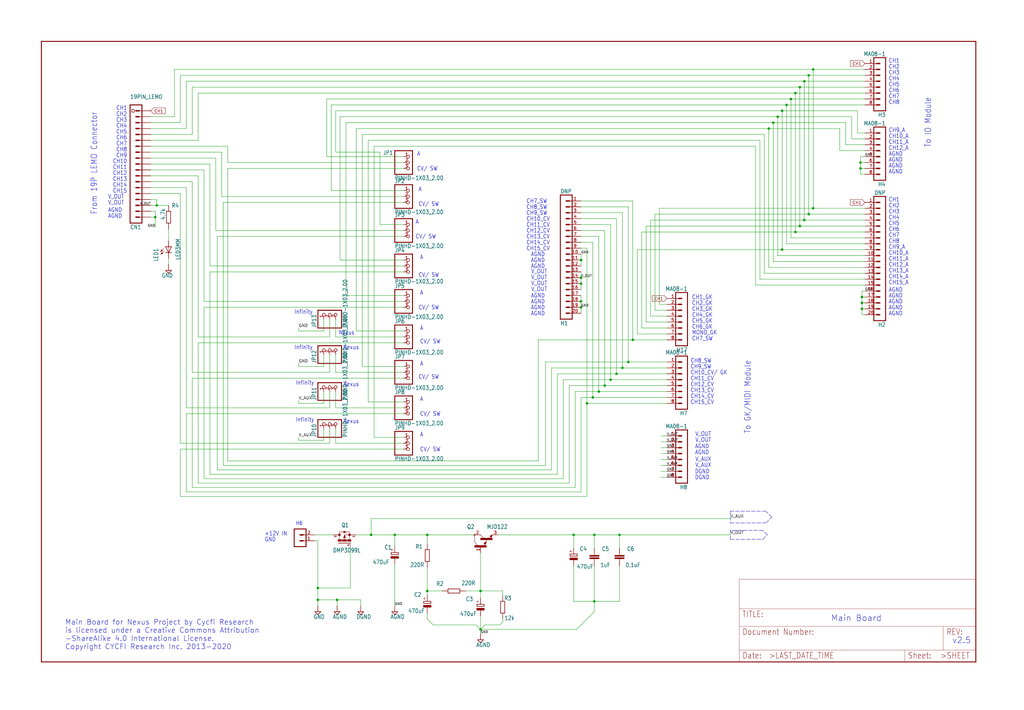
<source format=kicad_sch>
(kicad_sch (version 20211123) (generator eeschema)
  (paper "User" 439.826 305.206)
  (junction (at 249.555 119.38))
  (junction (at 271.78 146.05))
  (junction (at 341.63 40.005))
  (junction (at 206.375 254))
  (junction (at 337.82 45.085))
  (junction (at 370.205 132.715))
  (junction (at 269.875 155.575))
  (junction (at 136.525 252.73))
  (junction (at 369.57 69.85))
  (junction (at 183.515 229.87))
  (junction (at 347.345 32.385))
  (junction (at 343.535 37.465))
  (junction (at 339.725 42.545))
  (junction (at 249.555 132.08))
  (junction (at 255.27 229.87))
  (junction (at 370.205 127.635))
  (junction (at 343.535 97.155))
  (junction (at 370.205 130.175))
  (junction (at 67.31 88.265))
  (junction (at 264.795 160.655))
  (junction (at 345.44 34.925))
  (junction (at 349.25 89.535))
  (junction (at 136.525 257.81))
  (junction (at 334.01 50.165))
  (junction (at 267.335 158.115))
  (junction (at 262.255 163.195))
  (junction (at 249.555 129.54))
  (junction (at 345.44 94.615))
  (junction (at 330.2 55.245))
  (junction (at 341.63 99.695))
  (junction (at 246.38 229.87))
  (junction (at 349.25 29.845))
  (junction (at 335.915 47.625))
  (junction (at 183.515 254))
  (junction (at 254.635 170.815))
  (junction (at 144.78 257.81))
  (junction (at 266.065 229.87))
  (junction (at 347.345 92.075))
  (junction (at 335.915 107.315))
  (junction (at 66.675 93.345))
  (junction (at 206.375 270.51))
  (junction (at 159.385 229.87))
  (junction (at 255.27 258.445))
  (junction (at 169.545 229.87))
  (junction (at 257.175 168.275))
  (junction (at 259.715 165.735))
  (junction (at 369.57 72.39))
  (junction (at 249.555 111.76))
  (junction (at 249.555 121.92))
  (junction (at 252.095 173.355))
  (junction (at 332.105 52.705))
  (wire (pts (xy 347.345 92.075) (xy 347.345 32.385)))
  (wire (pts (xy 150.495 234.95) (xy 150.495 252.73)))
  (wire (pts (xy 80.01 177.8) (xy 80.01 211.455)))
  (wire (pts (xy 95.885 86.995) (xy 173.355 86.995)))
  (wire (pts (xy 173.355 147.32) (xy 85.09 147.32)))
  (wire (pts (xy 246.38 229.87) (xy 255.27 229.87)))
  (wire (pts (xy 136.525 257.81) (xy 136.525 252.73)))
  (wire (pts (xy 173.355 172.72) (xy 158.115 172.72)))
  (wire (pts (xy 328.295 57.785) (xy 328.295 117.475)))
  (wire (pts (xy 204.47 268.605) (xy 186.055 268.605)))
  (wire (pts (xy 247.015 209.55) (xy 247.015 168.275)))
  (wire (pts (xy 369.57 72.39) (xy 369.57 74.93)))
  (wire (pts (xy 64.77 93.345) (xy 66.675 93.345)))
  (wire (pts (xy 349.25 89.535) (xy 283.21 89.535)))
  (wire (pts (xy 257.175 101.6) (xy 257.175 168.275)))
  (wire (pts (xy 371.475 135.255) (xy 370.205 135.255)))
  (wire (pts (xy 139.065 157.48) (xy 128.27 157.48)))
  (wire (pts (xy 281.305 133.35) (xy 281.305 92.075)))
  (wire (pts (xy 169.545 229.87) (xy 183.515 229.87)))
  (wire (pts (xy 283.21 89.535) (xy 283.21 130.81)))
  (wire (pts (xy 144.145 65.405) (xy 144.145 47.625)))
  (wire (pts (xy 139.065 173.355) (xy 128.27 173.355)))
  (wire (pts (xy 144.145 65.405) (xy 163.195 65.405)))
  (wire (pts (xy 200.025 254) (xy 206.375 254)))
  (wire (pts (xy 324.485 62.865) (xy 324.485 122.555)))
  (wire (pts (xy 255.27 258.445) (xy 255.27 262.89)))
  (wire (pts (xy 141.605 190.5) (xy 141.605 184.15)))
  (wire (pts (xy 206.375 270.51) (xy 206.375 264.795)))
  (wire (pts (xy 150.495 252.73) (xy 136.525 252.73)))
  (wire (pts (xy 85.09 207.645) (xy 244.475 207.645)))
  (wire (pts (xy 255.27 262.89) (xy 247.65 270.51)))
  (wire (pts (xy 215.9 267.335) (xy 215.9 266.065)))
  (wire (pts (xy 259.715 99.06) (xy 249.555 99.06)))
  (wire (pts (xy 254.635 104.14) (xy 249.555 104.14)))
  (wire (pts (xy 255.27 229.87) (xy 266.065 229.87)))
  (wire (pts (xy 144.145 190.5) (xy 173.355 190.5)))
  (wire (pts (xy 141.605 160.02) (xy 82.55 160.02)))
  (wire (pts (xy 139.065 142.24) (xy 128.27 142.24)))
  (wire (pts (xy 281.305 92.075) (xy 347.345 92.075)))
  (wire (pts (xy 264.795 93.98) (xy 249.555 93.98)))
  (wire (pts (xy 255.27 235.585) (xy 255.27 229.87)))
  (wire (pts (xy 87.63 132.08) (xy 173.355 132.08)))
  (wire (pts (xy 140.335 67.31) (xy 140.335 42.545)))
  (polyline (pts (xy 328.93 219.71) (xy 313.69 219.71)))
  (wire (pts (xy 173.355 116.84) (xy 90.17 116.84)))
  (wire (pts (xy 128.27 173.355) (xy 128.27 172.085)))
  (wire (pts (xy 80.01 80.645) (xy 80.01 175.26)))
  (wire (pts (xy 332.105 112.395) (xy 332.105 52.705)))
  (wire (pts (xy 82.55 78.105) (xy 64.77 78.105)))
  (polyline (pts (xy 313.69 227.965) (xy 313.69 231.775)))
  (wire (pts (xy 277.495 138.43) (xy 277.495 97.155)))
  (wire (pts (xy 286.385 205.105) (xy 283.845 205.105)))
  (wire (pts (xy 206.375 270.51) (xy 204.47 268.605)))
  (wire (pts (xy 215.9 254) (xy 206.375 254)))
  (wire (pts (xy 286.385 138.43) (xy 277.495 138.43)))
  (wire (pts (xy 80.01 175.26) (xy 141.605 175.26)))
  (wire (pts (xy 335.915 47.625) (xy 368.3 47.625)))
  (wire (pts (xy 173.355 162.56) (xy 82.55 162.56)))
  (wire (pts (xy 128.27 189.23) (xy 128.27 187.96)))
  (wire (pts (xy 271.78 146.05) (xy 231.14 146.05)))
  (polyline (pts (xy 313.69 219.71) (xy 313.69 224.79)))
  (wire (pts (xy 93.345 101.6) (xy 173.355 101.6)))
  (wire (pts (xy 370.205 130.175) (xy 370.205 127.635)))
  (polyline (pts (xy 313.69 224.79) (xy 328.93 224.79)))
  (wire (pts (xy 67.31 85.725) (xy 67.31 88.265)))
  (wire (pts (xy 173.355 160.02) (xy 144.145 160.02)))
  (wire (pts (xy 239.395 203.835) (xy 239.395 160.655)))
  (wire (pts (xy 173.355 129.54) (xy 87.63 129.54)))
  (wire (pts (xy 173.355 144.78) (xy 144.145 144.78)))
  (wire (pts (xy 144.145 144.78) (xy 144.145 137.16)))
  (wire (pts (xy 82.55 209.55) (xy 247.015 209.55)))
  (wire (pts (xy 277.495 97.155) (xy 343.535 97.155)))
  (wire (pts (xy 64.77 52.705) (xy 77.47 52.705)))
  (wire (pts (xy 335.915 107.315) (xy 273.685 107.315)))
  (wire (pts (xy 279.4 94.615) (xy 279.4 135.89)))
  (wire (pts (xy 77.47 32.385) (xy 347.345 32.385)))
  (wire (pts (xy 141.605 137.16) (xy 141.605 144.78)))
  (wire (pts (xy 371.475 107.315) (xy 335.915 107.315)))
  (wire (pts (xy 173.355 187.96) (xy 160.655 187.96)))
  (wire (pts (xy 369.57 69.85) (xy 369.57 72.39)))
  (wire (pts (xy 80.01 34.925) (xy 345.44 34.925)))
  (wire (pts (xy 286.385 202.565) (xy 283.845 202.565)))
  (wire (pts (xy 332.105 52.705) (xy 363.22 52.705)))
  (wire (pts (xy 159.385 229.87) (xy 169.545 229.87)))
  (wire (pts (xy 343.535 97.155) (xy 343.535 37.465)))
  (wire (pts (xy 158.115 172.72) (xy 158.115 60.325)))
  (wire (pts (xy 231.14 146.05) (xy 231.14 198.12)))
  (wire (pts (xy 249.555 121.92) (xy 249.555 124.46)))
  (wire (pts (xy 146.05 111.76) (xy 146.05 50.165)))
  (wire (pts (xy 275.59 99.695) (xy 341.63 99.695)))
  (wire (pts (xy 183.515 233.68) (xy 183.515 229.87)))
  (wire (pts (xy 286.385 140.97) (xy 275.59 140.97)))
  (wire (pts (xy 173.355 127) (xy 148.59 127)))
  (wire (pts (xy 371.475 67.31) (xy 369.57 67.31)))
  (wire (pts (xy 249.555 170.815) (xy 254.635 170.815)))
  (wire (pts (xy 173.355 177.8) (xy 80.01 177.8)))
  (wire (pts (xy 363.22 62.23) (xy 363.22 52.705)))
  (wire (pts (xy 74.93 50.165) (xy 74.93 29.845)))
  (wire (pts (xy 249.555 119.38) (xy 249.555 116.84)))
  (wire (pts (xy 267.335 91.44) (xy 267.335 158.115)))
  (wire (pts (xy 66.675 90.805) (xy 64.77 90.805)))
  (wire (pts (xy 334.01 109.855) (xy 334.01 50.165)))
  (wire (pts (xy 173.355 67.31) (xy 140.335 67.31)))
  (wire (pts (xy 213.995 229.87) (xy 246.38 229.87)))
  (wire (pts (xy 345.44 94.615) (xy 345.44 34.925)))
  (wire (pts (xy 95.885 200.025) (xy 95.885 86.995)))
  (wire (pts (xy 266.065 243.205) (xy 266.065 258.445)))
  (wire (pts (xy 244.475 165.735) (xy 259.715 165.735)))
  (wire (pts (xy 330.2 114.935) (xy 330.2 55.245)))
  (wire (pts (xy 273.685 143.51) (xy 286.385 143.51)))
  (wire (pts (xy 87.63 205.74) (xy 241.935 205.74)))
  (wire (pts (xy 90.17 70.485) (xy 64.77 70.485)))
  (wire (pts (xy 159.385 222.885) (xy 159.385 229.87)))
  (wire (pts (xy 97.79 198.12) (xy 97.79 72.39)))
  (wire (pts (xy 214.63 268.605) (xy 215.9 267.335)))
  (wire (pts (xy 262.255 96.52) (xy 249.555 96.52)))
  (wire (pts (xy 269.875 88.9) (xy 269.875 155.575)))
  (wire (pts (xy 371.475 109.855) (xy 334.01 109.855)))
  (wire (pts (xy 206.375 272.415) (xy 206.375 270.51)))
  (wire (pts (xy 252.095 213.36) (xy 252.095 173.355)))
  (wire (pts (xy 264.795 93.98) (xy 264.795 160.655)))
  (wire (pts (xy 234.315 155.575) (xy 234.315 200.025)))
  (wire (pts (xy 365.76 59.69) (xy 365.76 50.165)))
  (wire (pts (xy 93.345 201.93) (xy 236.855 201.93)))
  (wire (pts (xy 72.39 98.425) (xy 72.39 103.505)))
  (wire (pts (xy 371.475 104.775) (xy 337.82 104.775)))
  (wire (pts (xy 92.71 67.945) (xy 92.71 99.06)))
  (wire (pts (xy 186.055 268.605) (xy 183.515 266.065)))
  (wire (pts (xy 241.935 205.74) (xy 241.935 163.195)))
  (polyline (pts (xy 327.66 227.965) (xy 313.69 227.965)))
  (wire (pts (xy 330.2 55.245) (xy 360.68 55.245)))
  (wire (pts (xy 206.375 270.51) (xy 208.28 268.605)))
  (wire (pts (xy 144.145 160.02) (xy 144.145 152.4)))
  (wire (pts (xy 241.935 163.195) (xy 262.255 163.195)))
  (wire (pts (xy 259.715 99.06) (xy 259.715 165.735)))
  (wire (pts (xy 286.385 133.35) (xy 281.305 133.35)))
  (wire (pts (xy 82.55 57.785) (xy 82.55 37.465)))
  (wire (pts (xy 249.555 132.08) (xy 249.555 129.54)))
  (wire (pts (xy 206.375 237.49) (xy 206.375 254)))
  (wire (pts (xy 249.555 211.455) (xy 249.555 170.815)))
  (wire (pts (xy 77.47 83.185) (xy 64.77 83.185)))
  (wire (pts (xy 183.515 229.87) (xy 203.835 229.87)))
  (wire (pts (xy 155.575 157.48) (xy 155.575 57.785)))
  (wire (pts (xy 139.065 184.15) (xy 139.065 189.23)))
  (wire (pts (xy 64.77 57.785) (xy 82.55 57.785)))
  (wire (pts (xy 64.77 65.405) (xy 95.25 65.405)))
  (wire (pts (xy 371.475 114.935) (xy 330.2 114.935)))
  (wire (pts (xy 64.77 88.265) (xy 67.31 88.265)))
  (wire (pts (xy 286.385 187.325) (xy 283.845 187.325)))
  (polyline (pts (xy 331.47 222.25) (xy 328.93 219.71)))
  (wire (pts (xy 286.385 192.405) (xy 283.845 192.405)))
  (wire (pts (xy 135.255 229.87) (xy 142.875 229.87)))
  (wire (pts (xy 279.4 135.89) (xy 286.385 135.89)))
  (wire (pts (xy 257.175 101.6) (xy 249.555 101.6)))
  (wire (pts (xy 371.475 132.715) (xy 370.205 132.715)))
  (wire (pts (xy 371.475 64.77) (xy 360.68 64.77)))
  (wire (pts (xy 371.475 89.535) (xy 349.25 89.535)))
  (wire (pts (xy 286.385 194.945) (xy 283.845 194.945)))
  (wire (pts (xy 64.77 80.645) (xy 80.01 80.645)))
  (wire (pts (xy 286.385 163.195) (xy 262.255 163.195)))
  (wire (pts (xy 144.78 260.35) (xy 144.78 257.81)))
  (wire (pts (xy 163.195 65.405) (xy 163.195 96.52)))
  (wire (pts (xy 66.675 93.345) (xy 66.675 90.805)))
  (wire (pts (xy 136.525 260.35) (xy 136.525 257.81)))
  (wire (pts (xy 324.485 122.555) (xy 371.475 122.555)))
  (wire (pts (xy 249.555 129.54) (xy 249.555 127)))
  (wire (pts (xy 283.21 130.81) (xy 286.385 130.81)))
  (wire (pts (xy 286.385 200.025) (xy 283.845 200.025)))
  (wire (pts (xy 286.385 170.815) (xy 254.635 170.815)))
  (wire (pts (xy 286.385 168.275) (xy 257.175 168.275)))
  (wire (pts (xy 349.25 29.845) (xy 371.475 29.845)))
  (wire (pts (xy 183.515 254) (xy 183.515 243.84)))
  (wire (pts (xy 173.355 114.3) (xy 90.17 114.3)))
  (wire (pts (xy 275.59 140.97) (xy 275.59 99.695)))
  (wire (pts (xy 247.015 168.275) (xy 257.175 168.275)))
  (wire (pts (xy 369.57 74.93) (xy 371.475 74.93)))
  (wire (pts (xy 66.675 93.345) (xy 66.675 97.79)))
  (wire (pts (xy 206.375 254) (xy 206.375 257.175)))
  (polyline (pts (xy 328.93 224.79) (xy 331.47 222.25)))
  (wire (pts (xy 64.77 85.725) (xy 67.31 85.725)))
  (wire (pts (xy 215.9 255.905) (xy 215.9 254)))
  (wire (pts (xy 87.63 129.54) (xy 87.63 73.025)))
  (wire (pts (xy 246.38 243.205) (xy 246.38 258.445)))
  (wire (pts (xy 371.475 125.095) (xy 370.205 125.095)))
  (wire (pts (xy 80.01 211.455) (xy 249.555 211.455)))
  (wire (pts (xy 262.255 96.52) (xy 262.255 163.195)))
  (wire (pts (xy 92.71 99.06) (xy 173.355 99.06)))
  (wire (pts (xy 153.035 229.87) (xy 159.385 229.87)))
  (wire (pts (xy 255.27 243.205) (xy 255.27 258.445)))
  (wire (pts (xy 93.345 101.6) (xy 93.345 201.93)))
  (wire (pts (xy 90.17 114.3) (xy 90.17 70.485)))
  (wire (pts (xy 74.93 29.845) (xy 349.25 29.845)))
  (wire (pts (xy 370.205 127.635) (xy 371.475 127.635)))
  (wire (pts (xy 144.145 168.275) (xy 144.145 175.26)))
  (wire (pts (xy 246.38 235.585) (xy 246.38 229.87)))
  (wire (pts (xy 249.555 132.08) (xy 249.555 134.62)))
  (wire (pts (xy 154.94 260.35) (xy 154.94 257.81)))
  (wire (pts (xy 337.82 45.085) (xy 371.475 45.085)))
  (wire (pts (xy 269.875 155.575) (xy 234.315 155.575)))
  (wire (pts (xy 95.25 84.455) (xy 173.355 84.455)))
  (wire (pts (xy 141.605 144.78) (xy 85.09 144.78)))
  (wire (pts (xy 244.475 207.645) (xy 244.475 165.735)))
  (wire (pts (xy 136.525 252.73) (xy 136.525 232.41)))
  (wire (pts (xy 341.63 99.695) (xy 341.63 40.005)))
  (wire (pts (xy 169.545 260.35) (xy 169.545 242.57)))
  (wire (pts (xy 97.79 69.85) (xy 97.79 62.865)))
  (wire (pts (xy 252.095 106.68) (xy 249.555 106.68)))
  (wire (pts (xy 155.575 57.785) (xy 328.295 57.785)))
  (wire (pts (xy 80.01 55.245) (xy 80.01 34.925)))
  (wire (pts (xy 371.475 92.075) (xy 347.345 92.075)))
  (wire (pts (xy 360.68 64.77) (xy 360.68 55.245)))
  (wire (pts (xy 286.385 155.575) (xy 269.875 155.575)))
  (wire (pts (xy 286.385 146.05) (xy 271.78 146.05)))
  (wire (pts (xy 128.27 157.48) (xy 128.27 156.21)))
  (wire (pts (xy 153.035 142.24) (xy 153.035 55.245)))
  (wire (pts (xy 326.39 60.325) (xy 326.39 120.015)))
  (wire (pts (xy 85.09 40.005) (xy 341.63 40.005)))
  (wire (pts (xy 87.63 205.74) (xy 87.63 132.08)))
  (wire (pts (xy 85.09 60.325) (xy 85.09 40.005)))
  (wire (pts (xy 183.515 255.905) (xy 183.515 254)))
  (wire (pts (xy 371.475 112.395) (xy 332.105 112.395)))
  (wire (pts (xy 77.47 52.705) (xy 77.47 32.385)))
  (wire (pts (xy 140.335 42.545) (xy 339.725 42.545)))
  (wire (pts (xy 64.77 67.945) (xy 92.71 67.945)))
  (wire (pts (xy 163.195 96.52) (xy 173.355 96.52)))
  (wire (pts (xy 67.31 88.265) (xy 72.39 88.265)))
  (wire (pts (xy 77.47 193.04) (xy 77.47 213.36)))
  (wire (pts (xy 369.57 69.85) (xy 371.475 69.85)))
  (wire (pts (xy 286.385 165.735) (xy 259.715 165.735)))
  (wire (pts (xy 183.515 266.065) (xy 183.515 263.525)))
  (wire (pts (xy 97.79 72.39) (xy 173.355 72.39)))
  (wire (pts (xy 334.01 50.165) (xy 365.76 50.165)))
  (wire (pts (xy 249.555 119.38) (xy 249.555 121.92)))
  (wire (pts (xy 286.385 158.115) (xy 267.335 158.115)))
  (polyline (pts (xy 329.565 229.87) (xy 327.66 227.965)))
  (wire (pts (xy 266.065 258.445) (xy 255.27 258.445)))
  (wire (pts (xy 236.855 158.115) (xy 267.335 158.115)))
  (wire (pts (xy 77.47 83.185) (xy 77.47 190.5)))
  (wire (pts (xy 139.065 189.23) (xy 128.27 189.23)))
  (wire (pts (xy 249.555 109.22) (xy 249.555 111.76)))
  (wire (pts (xy 339.725 42.545) (xy 371.475 42.545)))
  (wire (pts (xy 90.17 116.84) (xy 90.17 203.835)))
  (wire (pts (xy 328.295 117.475) (xy 371.475 117.475)))
  (wire (pts (xy 173.355 111.76) (xy 146.05 111.76)))
  (wire (pts (xy 169.545 234.95) (xy 169.545 229.87)))
  (wire (pts (xy 313.69 222.885) (xy 159.385 222.885)))
  (wire (pts (xy 77.47 190.5) (xy 141.605 190.5)))
  (wire (pts (xy 345.44 94.615) (xy 279.4 94.615)))
  (wire (pts (xy 87.63 73.025) (xy 64.77 73.025)))
  (wire (pts (xy 144.145 47.625) (xy 335.915 47.625)))
  (wire (pts (xy 208.28 268.605) (xy 214.63 268.605)))
  (wire (pts (xy 371.475 94.615) (xy 345.44 94.615)))
  (wire (pts (xy 160.655 62.865) (xy 324.485 62.865)))
  (wire (pts (xy 158.115 60.325) (xy 326.39 60.325)))
  (wire (pts (xy 231.14 198.12) (xy 97.79 198.12)))
  (wire (pts (xy 371.475 99.695) (xy 341.63 99.695)))
  (wire (pts (xy 341.63 40.005) (xy 371.475 40.005)))
  (wire (pts (xy 139.065 168.275) (xy 139.065 173.355)))
  (wire (pts (xy 286.385 197.485) (xy 283.845 197.485)))
  (wire (pts (xy 142.24 81.915) (xy 142.24 45.085)))
  (wire (pts (xy 234.315 200.025) (xy 95.885 200.025)))
  (wire (pts (xy 371.475 130.175) (xy 370.205 130.175)))
  (wire (pts (xy 82.55 37.465) (xy 343.535 37.465)))
  (wire (pts (xy 313.69 229.87) (xy 266.065 229.87)))
  (wire (pts (xy 337.82 104.775) (xy 337.82 45.085)))
  (wire (pts (xy 371.475 102.235) (xy 339.725 102.235)))
  (wire (pts (xy 85.09 147.32) (xy 85.09 207.645)))
  (wire (pts (xy 95.25 65.405) (xy 95.25 84.455)))
  (polyline (pts (xy 313.69 231.775) (xy 327.66 231.775)))
  (wire (pts (xy 370.205 132.715) (xy 370.205 130.175)))
  (wire (pts (xy 343.535 37.465) (xy 371.475 37.465)))
  (wire (pts (xy 254.635 104.14) (xy 254.635 170.815)))
  (wire (pts (xy 146.05 50.165) (xy 334.01 50.165)))
  (wire (pts (xy 77.47 213.36) (xy 252.095 213.36)))
  (wire (pts (xy 82.55 162.56) (xy 82.55 209.55)))
  (wire (pts (xy 173.355 193.04) (xy 77.47 193.04)))
  (polyline (pts (xy 327.66 231.775) (xy 329.565 229.87)))
  (wire (pts (xy 347.345 32.385) (xy 371.475 32.385)))
  (wire (pts (xy 173.355 69.85) (xy 97.79 69.85)))
  (wire (pts (xy 139.065 137.16) (xy 139.065 142.24)))
  (wire (pts (xy 371.475 59.69) (xy 365.76 59.69)))
  (wire (pts (xy 135.255 232.41) (xy 136.525 232.41)))
  (wire (pts (xy 368.3 57.15) (xy 371.475 57.15)))
  (wire (pts (xy 173.355 157.48) (xy 155.575 157.48)))
  (wire (pts (xy 286.385 189.865) (xy 283.845 189.865)))
  (wire (pts (xy 370.205 125.095) (xy 370.205 127.635)))
  (wire (pts (xy 90.17 203.835) (xy 239.395 203.835)))
  (wire (pts (xy 142.24 45.085) (xy 337.82 45.085)))
  (wire (pts (xy 339.725 102.235) (xy 339.725 42.545)))
  (wire (pts (xy 82.55 78.105) (xy 82.55 160.02)))
  (wire (pts (xy 271.78 86.36) (xy 271.78 146.05)))
  (wire (pts (xy 349.25 89.535) (xy 349.25 29.845)))
  (wire (pts (xy 326.39 120.015) (xy 371.475 120.015)))
  (wire (pts (xy 335.915 107.315) (xy 335.915 47.625)))
  (wire (pts (xy 249.555 111.76) (xy 249.555 114.3)))
  (wire (pts (xy 72.39 111.125) (xy 72.39 113.665)))
  (wire (pts (xy 154.94 257.81) (xy 144.78 257.81)))
  (wire (pts (xy 139.065 152.4) (xy 139.065 157.48)))
  (wire (pts (xy 236.855 201.93) (xy 236.855 158.115)))
  (wire (pts (xy 64.77 50.165) (xy 74.93 50.165)))
  (wire (pts (xy 369.57 67.31) (xy 369.57 69.85)))
  (wire (pts (xy 64.77 60.325) (xy 85.09 60.325)))
  (wire (pts (xy 189.865 254) (xy 183.515 254)))
  (wire (pts (xy 252.095 106.68) (xy 252.095 173.355)))
  (wire (pts (xy 371.475 62.23) (xy 363.22 62.23)))
  (wire (pts (xy 286.385 160.655) (xy 264.795 160.655)))
  (wire (pts (xy 148.59 127) (xy 148.59 52.705)))
  (wire (pts (xy 370.205 135.255) (xy 370.205 132.715)))
  (wire (pts (xy 128.27 142.24) (xy 128.27 140.97)))
  (wire (pts (xy 173.355 81.915) (xy 142.24 81.915)))
  (wire (pts (xy 249.555 88.9) (xy 269.875 88.9)))
  (wire (pts (xy 239.395 160.655) (xy 264.795 160.655)))
  (wire (pts (xy 247.65 270.51) (xy 206.375 270.51)))
  (wire (pts (xy 371.475 97.155) (xy 343.535 97.155)))
  (wire (pts (xy 345.44 34.925) (xy 371.475 34.925)))
  (wire (pts (xy 255.27 258.445) (xy 246.38 258.445)))
  (wire (pts (xy 64.77 55.245) (xy 80.01 55.245)))
  (wire (pts (xy 249.555 86.36) (xy 271.78 86.36)))
  (wire (pts (xy 369.57 72.39) (xy 371.475 72.39)))
  (wire (pts (xy 368.3 47.625) (xy 368.3 57.15)))
  (wire (pts (xy 160.655 187.96) (xy 160.655 62.865)))
  (wire (pts (xy 273.685 107.315) (xy 273.685 143.51)))
  (wire (pts (xy 64.77 62.865) (xy 97.79 62.865)))
  (wire (pts (xy 85.09 75.565) (xy 64.77 75.565)))
  (wire (pts (xy 267.335 91.44) (xy 249.555 91.44)))
  (wire (pts (xy 148.59 52.705) (xy 332.105 52.705)))
  (wire (pts (xy 144.78 257.81) (xy 136.525 257.81)))
  (wire (pts (xy 144.145 184.15) (xy 144.145 190.5)))
  (wire (pts (xy 141.605 152.4) (xy 141.605 160.02)))
  (wire (pts (xy 85.09 144.78) (xy 85.09 75.565)))
  (wire (pts (xy 141.605 175.26) (xy 141.605 168.275)))
  (wire (pts (xy 286.385 173.355) (xy 252.095 173.355)))
  (wire (pts (xy 266.065 235.585) (xy 266.065 229.87)))
  (wire (pts (xy 173.355 142.24) (xy 153.035 142.24)))
  (wire (pts (xy 153.035 55.245) (xy 330.2 55.245)))
  (wire (pts (xy 144.145 175.26) (xy 173.355 175.26)))
  (text "CH10_CV/ GK" (at 296.545 161.29 180) (effects (font (size 1.778 1.5113)) (justify left bottom)))
  (text "CH3_GK" (at 297.18 133.985 180) (effects (font (size 1.778 1.5113)) (justify left bottom)))
  (text "CH13" (at 54.61 78.105 180) (effects (font (size 1.778 1.5113)) (justify right bottom)))
  (text "AGND" (at 227.965 113.03 180) (effects (font (size 1.778 1.5113)) (justify left bottom)))
  (text "CH4" (at 54.61 55.245 180) (effects (font (size 1.778 1.5113)) (justify right bottom)))
  (text "DGND" (at 298.45 206.375 180) (effects (font (size 1.778 1.5113)) (justify left bottom)))
  (text "CV/ SW" (at 179.705 88.9 180) (effects (font (size 1.778 1.5113)) (justify left bottom)))
  (text "Nexus" (at 145.415 144.145 180) (effects (font (size 1.778 1.5113)) (justify left bottom)))
  (text "CH4" (at 381.635 94.615 180) (effects (font (size 1.778 1.5113)) (justify left bottom)))
  (text "CH7" (at 54.61 62.865 180) (effects (font (size 1.778 1.5113)) (justify right bottom)))
  (text "CH12" (at 54.61 75.565 180) (effects (font (size 1.778 1.5113)) (justify right bottom)))
  (text "V_OUT" (at 46.355 85.725 180) (effects (font (size 1.778 1.5113)) (justify left bottom)))
  (text "CH10" (at 54.61 70.485 180) (effects (font (size 1.778 1.5113)) (justify right bottom)))
  (text "CH15_CV" (at 296.545 173.99 180) (effects (font (size 1.778 1.5113)) (justify left bottom)))
  (text "CH5" (at 381.635 97.155 180) (effects (font (size 1.778 1.5113)) (justify left bottom)))
  (text "A" (at 178.435 96.52 180) (effects (font (size 1.778 1.5113)) (justify left bottom)))
  (text "CH9_A" (at 381.635 107.315 180) (effects (font (size 1.778 1.5113)) (justify left bottom)))
  (text "To IO Module" (at 400.05 41.91 270) (effects (font (size 2.54 2.159)) (justify right bottom)))
  (text "A" (at 180.34 142.24 180) (effects (font (size 1.778 1.5113)) (justify left bottom)))
  (text "Nexus" (at 147.32 166.37 180) (effects (font (size 1.778 1.5113)) (justify left bottom)))
  (text "Nexus" (at 147.32 182.245 180) (effects (font (size 1.778 1.5113)) (justify left bottom)))
  (text "CH12_A" (at 381.635 114.935 180) (effects (font (size 1.778 1.5113)) (justify left bottom)))
  (text "A" (at 180.34 111.76 180) (effects (font (size 1.778 1.5113)) (justify left bottom)))
  (text "CH12_A" (at 381.635 64.77 180) (effects (font (size 1.778 1.5113)) (justify left bottom)))
  (text "V_OUT" (at 228.092 125.476 180) (effects (font (size 1.778 1.5113)) (justify left bottom)))
  (text "CH5" (at 381.635 37.465 180) (effects (font (size 1.778 1.5113)) (justify left bottom)))
  (text "V_AUX" (at 298.577 198.501 180) (effects (font (size 1.778 1.5113)) (justify left bottom)))
  (text "CH12_CV" (at 296.545 166.37 180) (effects (font (size 1.778 1.5113)) (justify left bottom)))
  (text "A" (at 180.34 157.48 180) (effects (font (size 1.778 1.5113)) (justify left bottom)))
  (text "AGND" (at 381.635 128.27 180) (effects (font (size 1.778 1.5113)) (justify left bottom)))
  (text "CH8_SW" (at 296.545 156.21 180) (effects (font (size 1.778 1.5113)) (justify left bottom)))
  (text "A" (at 179.705 82.55 180) (effects (font (size 1.778 1.5113)) (justify left bottom)))
  (text "CH4" (at 381.635 34.925 180) (effects (font (size 1.778 1.5113)) (justify left bottom)))
  (text "AGND" (at 227.965 110.49 180) (effects (font (size 1.778 1.5113)) (justify left bottom)))
  (text "CH2" (at 54.61 50.165 180) (effects (font (size 1.778 1.5113)) (justify right bottom)))
  (text "CH13_A" (at 381.635 117.475 180) (effects (font (size 1.778 1.5113)) (justify left bottom)))
  (text "AGND" (at 381.635 133.35 180) (effects (font (size 1.778 1.5113)) (justify left bottom)))
  (text "DGND" (at 298.45 203.835 180) (effects (font (size 1.778 1.5113)) (justify left bottom)))
  (text "Infinity" (at 126.365 135.255 180) (effects (font (size 1.778 1.5113)) (justify left bottom)))
  (text "CH4_GK" (at 297.18 136.525 180) (effects (font (size 1.778 1.5113)) (justify left bottom)))
  (text "CH13_CV" (at 226.06 102.87 180) (effects (font (size 1.778 1.5113)) (justify left bottom)))
  (text "CH7" (at 381.635 42.545 180) (effects (font (size 1.778 1.5113)) (justify left bottom)))
  (text "AGND" (at 227.965 130.81 180) (effects (font (size 1.778 1.5113)) (justify left bottom)))
  (text "CH10_CV" (at 226.06 95.25 180) (effects (font (size 1.778 1.5113)) (justify left bottom)))
  (text "CH2" (at 381.635 29.845 180) (effects (font (size 1.778 1.5113)) (justify left bottom)))
  (text "CH7_SW" (at 297.18 146.685 180) (effects (font (size 1.778 1.5113)) (justify left bottom)))
  (text "CH11_CV" (at 226.06 97.79 180) (effects (font (size 1.778 1.5113)) (justify left bottom)))
  (text "CH7" (at 381.635 102.235 180) (effects (font (size 1.778 1.5113)) (justify left bottom)))
  (text "CH13_CV" (at 296.545 168.91 180) (effects (font (size 1.778 1.5113)) (justify left bottom)))
  (text "CV/ SW" (at 179.705 119.38 180) (effects (font (size 1.778 1.5113)) (justify left bottom)))
  (text "AGND" (at 381.635 125.73 180) (effects (font (size 1.778 1.5113)) (justify left bottom)))
  (text "V_AUX" (at 298.577 201.041 180) (effects (font (size 1.778 1.5113)) (justify left bottom)))
  (text "V_OUT" (at 298.577 187.706 180) (effects (font (size 1.778 1.5113)) (justify left bottom)))
  (text "CH14_CV" (at 296.545 171.45 180) (effects (font (size 1.778 1.5113)) (justify left bottom)))
  (text "Nexus" (at 147.32 150.495 180) (effects (font (size 1.778 1.5113)) (justify left bottom)))
  (text "V_OUT" (at 298.577 190.246 180) (effects (font (size 1.778 1.5113)) (justify left bottom)))
  (text "CV/ SW" (at 179.705 163.195 180) (effects (font (size 1.778 1.5113)) (justify left bottom)))
  (text "CH1" (at 381.635 86.995 180) (effects (font (size 1.778 1.5113)) (justify left bottom)))
  (text "AGND" (at 227.965 135.89 180) (effects (font (size 1.778 1.5113)) (justify left bottom)))
  (text "CH6" (at 54.61 60.325 180) (effects (font (size 1.778 1.5113)) (justify right bottom)))
  (text "CH1_GK" (at 297.18 128.905 180) (effects (font (size 1.778 1.5113)) (justify left bottom)))
  (text "CH14" (at 54.61 80.645 180) (effects (font (size 1.778 1.5113)) (justify right bottom)))
  (text "AGND" (at 381.635 135.89 180) (effects (font (size 1.778 1.5113)) (justify left bottom)))
  (text "CH9_A" (at 381.635 57.15 180) (effects (font (size 1.778 1.5113)) (justify left bottom)))
  (text "CH15_A" (at 381.635 122.555 180) (effects (font (size 1.778 1.5113)) (justify left bottom)))
  (text "AGND" (at 298.45 193.04 180) (effects (font (size 1.778 1.5113)) (justify left bottom)))
  (text "Infinity" (at 127 181.61 180) (effects (font (size 1.778 1.5113)) (justify left bottom)))
  (text "Infinity" (at 126.365 150.495 180) (effects (font (size 1.778 1.5113)) (justify left bottom)))
  (text "CH11_A" (at 381.635 112.395 180) (effects (font (size 1.778 1.5113)) (justify left bottom)))
  (text "CH14_CV" (at 226.06 105.41 180) (effects (font (size 1.778 1.5113)) (justify left bottom)))
  (text "AGND" (at 381.635 67.31 180) (effects (font (size 1.778 1.5113)) (justify left bottom)))
  (text "CH5_GK" (at 297.18 139.065 180) (effects (font (size 1.778 1.5113)) (justify left bottom)))
  (text "CH11" (at 54.61 73.025 180) (effects (font (size 1.778 1.5113)) (justify right bottom)))
  (text "CH8_SW" (at 226.06 90.17 180) (effects (font (size 1.778 1.5113)) (justify left bottom)))
  (text "AGND" (at 381.635 72.39 180) (effects (font (size 1.778 1.5113)) (justify left bottom)))
  (text "From 19P LEMO Connector" (at 41.91 48.26 270) (effects (font (size 2.54 2.159)) (justify right bottom)))
  (text "AGND" (at 46.355 93.98 180) (effects (font (size 1.778 1.5113)) (justify left bottom)))
  (text "CH3" (at 381.635 92.075 180) (effects (font (size 1.778 1.5113)) (justify left bottom)))
  (text "CH9_SW" (at 226.06 92.71 180) (effects (font (size 1.778 1.5113)) (justify left bottom)))
  (text "CV/ SW" (at 180.34 179.07 180) (effects (font (size 1.778 1.5113)) (justify left bottom)))
  (text "V_OUT" (at 228.092 117.856 180) (effects (font (size 1.778 1.5113)) (justify left bottom)))
  (text "CH12_CV" (at 226.06 100.33 180) (effects (font (size 1.778 1.5113)) (justify left bottom)))
  (text "v2.5" (at 408.94 276.86 180) (effects (font (size 2.54 2.54)) (justify left bottom)))
  (text "GND" (at 113.665 233.045 180) (effects (font (size 1.778 1.5113)) (justify left bottom)))
  (text "CH8" (at 381.635 45.085 180) (effects (font (size 1.778 1.5113)) (justify left bottom)))
  (text "Infinity" (at 127 165.735 180) (effects (font (size 1.778 1.5113)) (justify left bottom)))
  (text "CV/ SW" (at 180.34 194.31 180) (effects (font (size 1.778 1.5113)) (justify left bottom)))
  (text "AGND" (at 298.45 195.58 180) (effects (font (size 1.778 1.5113)) (justify left bottom)))
  (text "CH6_GK" (at 297.18 141.605 180) (effects (font (size 1.778 1.5113)) (justify left bottom)))
  (text "A" (at 180.34 127 180) (effects (font (size 1.778 1.5113)) (justify left bottom)))
  (text "CH15_CV" (at 226.06 107.95 180) (effects (font (size 1.778 1.5113)) (justify left bottom)))
  (text "V_OUT" (at 228.092 122.936 180) (effects (font (size 1.778 1.5113)) (justify left bottom)))
  (text "AGND" (at 381.635 74.93 180) (effects (font (size 1.778 1.5113)) (justify left bottom)))
  (text "MONO_GK" (at 297.18 144.145 180) (effects (font (size 1.778 1.5113)) (justify left bottom)))
  (text "CH11_CV" (at 296.545 163.83 180) (effects (font (size 1.778 1.5113)) (justify left bottom)))
  (text "A" (at 180.34 172.72 180) (effects (font (size 1.778 1.5113)) (justify left bottom)))
  (text "CH6" (at 381.635 99.695 180) (effects (font (size 1.778 1.5113)) (justify left bottom)))
  (text "CH10_A" (at 381.635 59.69 180) (effects (font (size 1.778 1.5113)) (justify left bottom)))
  (text "AGND" (at 227.965 115.57 180) (effects (font (size 1.778 1.5113)) (justify left bottom)))
  (text "V_OUT" (at 46.355 88.265 180) (effects (font (size 1.778 1.5113)) (justify left bottom)))
  (text "CH9" (at 54.61 67.945 180) (effects (font (size 1.778 1.5113)) (justify right bottom)))
  (text "CV/ SW" (at 179.705 133.35 180) (effects (font (size 1.778 1.5113)) (justify left bottom)))
  (text "A" (at 179.07 67.31 180) (effects (font (size 1.778 1.5113)) (justify left bottom)))
  (text "AGND" (at 46.355 91.44 180) (effects (font (size 1.778 1.5113)) (justify left bottom)))
  (text "AGND" (at 227.965 133.35 180) (effects (font (size 1.778 1.5113)) (justify left bottom)))
  (text "CH14_A" (at 381.635 120.015 180) (effects (font (size 1.778 1.5113)) (justify left bottom)))
  (text "V_OUT" (at 228.092 120.396 180) (effects (font (size 1.778 1.5113)) (justify left bottom)))
  (text "CH2_GK" (at 297.18 131.445 180) (effects (font (size 1.778 1.5113)) (justify left bottom)))
  (text "CH5" (at 54.61 57.785 180) (effects (font (size 1.778 1.5113)) (justify right bottom)))
  (text "Main Board" (at 356.87 267.335 180) (effects (font (size 2.54 2.54)) (justify left bottom)))
  (text "AGND" (at 381.635 69.85 180) (effects (font (size 1.778 1.5113)) (justify left bottom)))
  (text "CH10_A" (at 381.635 109.855 180) (effects (font (size 1.778 1.5113)) (justify left bottom)))
  (text "CH1" (at 381.635 27.305 180) (effects (font (size 1.778 1.5113)) (justify left bottom)))
  (text "Main Board for Nexus Project by Cycfi Research\nis licensed under a Creative Commons Attribution\n-ShareAlike 4.0 International License.\nCopyright CYCFI Research Inc. 2013-2020" (at 27.94 279.4 0) (effects (font (size 2.1844 2.1844)) (justify left bottom)))
  (text "H6" (at 127 226.06 180) (effects (font (size 1.6764 1.4249)) (justify left bottom)))
  (text "CH3" (at 54.61 52.705 180) (effects (font (size 1.778 1.5113)) (justify right bottom)))
  (text "CH8" (at 381.635 104.775 180) (effects (font (size 1.778 1.5113)) (justify left bottom)))
  (text "CH2" (at 381.635 89.535 180) (effects (font (size 1.778 1.5113)) (justify left bottom)))
  (text "To GK/MIDI Module" (at 322.58 154.94 270) (effects (font (size 2.54 2.159)) (justify right bottom)))
  (text "CH11_A" (at 381.635 62.23 180) (effects (font (size 1.778 1.5113)) (justify left bottom)))
  (text "CH9_SW" (at 296.545 158.75 180) (effects (font (size 1.778 1.5113)) (justify left bottom)))
  (text "CH6" (at 381.635 40.005 180) (effects (font (size 1.778 1.5113)) (justify left bottom)))
  (text "AGND" (at 381.635 130.81 180) (effects (font (size 1.778 1.5113)) (justify left bottom)))
  (text "CH3" (at 381.635 32.385 180) (effects (font (size 1.778 1.5113)) (justify left bottom)))
  (text "CH1" (at 54.61 47.625 180) (effects (font (size 1.778 1.5113)) (justify right bottom)))
  (text "CV/ SW" (at 180.34 147.955 180) (effects (font (size 1.778 1.5113)) (justify left bottom)))
  (text "CH7_SW" (at 226.06 87.63 180) (effects (font (size 1.778 1.5113)) (justify left bottom)))
  (text "CH8" (at 54.61 65.405 180) (effects (font (size 1.778 1.5113)) (justify right bottom)))
  (text "AGND" (at 227.965 128.27 180) (effects (font (size 1.778 1.5113)) (justify left bottom)))
  (text "+12V IN" (at 113.665 230.505 180) (effects (font (size 1.778 1.5113)) (justify left bottom)))
  (text "A" (at 180.34 187.96 180) (effects (font (size 1.778 1.5113)) (justify left bottom)))
  (text "CV/ SW" (at 179.07 73.66 180) (effects (font (size 1.778 1.5113)) (justify left bottom)))
  (text "CH15" (at 54.61 83.185 180) (effects (font (size 1.778 1.5113)) (justify right bottom)))
  (text "CV/ SW" (at 178.435 102.87 180) (effects (font (size 1.778 1.5113)) (justify left bottom)))
  (label "GND" (at 286.385 192.405 0) (effects (font (size 1.016 1.016))))
  (label "GND" (at 128.27 140.97 0) (effects (font (size 1.2446 1.2446))))
  (label "GND" (at 249.555 109.22 0) (effects (font (size 1.016 1.016))))
  (label "GND" (at 249.555 132.08 0) (effects (font (size 1.016 1.016))))
  (label "V_OUT" (at 249.555 119.38 0) (effects (font (size 1.016 1.016))))
  (label "V_AUX" (at 286.385 200.025 0) (effects (font (size 1.016 1.016))))
  (label "V_AUX" (at 128.27 187.96 0) (effects (font (size 1.2446 1.2446))))
  (label "GND" (at 286.385 202.565 0) (effects (font (size 1.016 1.016))))
  (label "V_AUX" (at 128.27 172.085 0) (effects (font (size 1.2446 1.2446))))
  (label "V_OUT" (at 286.385 187.325 0) (effects (font (size 1.016 1.016))))
  (label "GND" (at 371.475 125.095 0) (effects (font (size 1.016 1.016))))
  (label "GND" (at 286.385 194.945 0) (effects (font (size 1.016 1.016))))
  (label "V_AUX" (at 313.69 222.885 0) (effects (font (size 1.2446 1.2446))))
  (label "GND" (at 66.675 97.79 180) (effects (font (size 1.016 1.016))))
  (label "V_OUT" (at 64.77 88.265 180) (effects (font (size 1.016 1.016))))
  (label "GND" (at 206.375 272.415 0) (effects (font (size 1.016 1.016))))
  (label "GND" (at 169.545 260.35 0) (effects (font (size 1.016 1.016))))
  (label "GND" (at 128.27 156.21 0) (effects (font (size 1.2446 1.2446))))
  (label "V_OUT" (at 286.385 189.865 0) (effects (font (size 1.016 1.016))))
  (label "GND" (at 371.475 67.31 0) (effects (font (size 1.016 1.016))))
  (label "V_OUT" (at 313.69 229.87 0) (effects (font (size 1.2446 1.2446))))
  (label "GND" (at 286.385 205.105 0) (effects (font (size 1.016 1.016))))
  (label "V_AUX" (at 286.385 197.485 0) (effects (font (size 1.016 1.016))))
  (global_label "CH1" (shape input) (at 286.385 128.27 180) (property "Intersheet References" "${INTERSHEET_REFS}" (effects hide)))
  (global_label "CH1" (shape input) (at 371.475 86.995 180) (property "Intersheet References" "${INTERSHEET_REFS}" (effects hide)))
  (global_label "CH1" (shape input) (at 64.77 47.625 0) (property "Intersheet References" "${INTERSHEET_REFS}" (effects hide)))
  (global_label "CH1" (shape input) (at 371.475 27.305 180) (property "Intersheet References" "${INTERSHEET_REFS}" (effects hide)))
  (symbol (lib_id "main_board-eagle-import:MA08-1") (at 379.095 34.925 180) (unit 1)
    (property "Reference" "H3" (at 380.365 48.387 0) (effects (font (size 1.778 1.5113)) (justify left bottom)))
    (property "Value" "MA08-1" (at 380.365 22.225 0) (effects (font (size 1.778 1.5113)) (justify left bottom)))
    (property "Footprint" "Connector_PinHeader_2.54mm:PinHeader_1x08_P2.54mm_Vertical" (effects hide))
  )
  (symbol (lib_id "main_board-eagle-import:GND") (at 169.545 262.89 0) (unit 1)
    (property "Reference" "#AGND05" (effects hide))
    (property "Value" "AGND" (at 167.64 266.065 0) (effects (font (size 1.778 1.5113)) (justify left bottom)))
    (property "Footprint" "main_board:" (effects hide))
  )
  (symbol (lib_id "main_board-eagle-import:MA20-1") (at 241.935 109.22 0) (mirror x) (unit 1)
    (property "Reference" "H1" (at 240.665 137.922 0) (effects (font (size 1.778 1.5113)) (justify left bottom)))
    (property "Value" "DNP" (at 240.665 81.28 0) (effects (font (size 1.778 1.5113)) (justify left bottom)))
    (property "Footprint" "main_board:MA20-1" (effects hide))
  )
  (symbol (lib_id "main_board-eagle-import:19PIN_LEMO") (at 57.15 71.755 0) (mirror x) (unit 1)
    (property "Reference" "CN1" (at 55.88 96.647 0) (effects (font (size 1.778 1.5113)) (justify left bottom)))
    (property "Value" "19PIN_LEMO" (at 55.88 40.64 0) (effects (font (size 1.778 1.5113)) (justify left bottom)))
    (property "Footprint" "main_board:19PIN_LEMO" (effects hide))
  )
  (symbol (lib_id "main_board-eagle-import:CYCFI_FRAME_401X266MM") (at 317.5 284.48 0) (unit 2)
    (property "Reference" "#U$1" (effects hide))
    (property "Value" "CYCFI_FRAME_401X266MM" (effects hide))
    (property "Footprint" "main_board:" (effects hide))
  )
  (symbol (lib_id "main_board-eagle-import:PINHD-1X03_2.00") (at 175.895 129.54 0) (unit 1)
    (property "Reference" "JP5" (at 169.545 123.825 0) (effects (font (size 1.778 1.5113)) (justify left bottom)))
    (property "Value" "PINHD-1X03_2.00" (at 169.545 137.16 0) (effects (font (size 1.778 1.5113)) (justify left bottom)))
    (property "Footprint" "main_board:1X03M" (effects hide))
  )
  (symbol (lib_id "main_board-eagle-import:PINHD-1X03_2.00") (at 175.895 114.3 0) (unit 1)
    (property "Reference" "JP4" (at 169.545 108.585 0) (effects (font (size 1.778 1.5113)) (justify left bottom)))
    (property "Value" "PINHD-1X03_2.00" (at 169.545 121.92 0) (effects (font (size 1.778 1.5113)) (justify left bottom)))
    (property "Footprint" "main_board:1X03M" (effects hide))
  )
  (symbol (lib_id "main_board-eagle-import:PINHD-1X03_2.00") (at 175.895 190.5 0) (unit 1)
    (property "Reference" "JP9" (at 169.545 184.785 0) (effects (font (size 1.778 1.5113)) (justify left bottom)))
    (property "Value" "PINHD-1X03_2.00" (at 169.545 198.12 0) (effects (font (size 1.778 1.5113)) (justify left bottom)))
    (property "Footprint" "main_board:1X03M" (effects hide))
  )
  (symbol (lib_id "main_board-eagle-import:PINHD-1X03_2.00") (at 175.895 99.06 0) (unit 1)
    (property "Reference" "JP3" (at 169.545 93.345 0) (effects (font (size 1.778 1.5113)) (justify left bottom)))
    (property "Value" "PINHD-1X03_2.00" (at 169.545 106.68 0) (effects (font (size 1.778 1.5113)) (justify left bottom)))
    (property "Footprint" "main_board:1X03M" (effects hide))
  )
  (symbol (lib_id "main_board-eagle-import:PINHD-1X03_2.00") (at 175.895 160.02 0) (unit 1)
    (property "Reference" "JP7" (at 169.545 154.305 0) (effects (font (size 1.778 1.5113)) (justify left bottom)))
    (property "Value" "PINHD-1X03_2.00" (at 169.545 167.64 0) (effects (font (size 1.778 1.5113)) (justify left bottom)))
    (property "Footprint" "main_board:1X03M" (effects hide))
  )
  (symbol (lib_id "main_board-eagle-import:PINHD-1X03_2.00") (at 141.605 181.61 90) (unit 1)
    (property "Reference" "JP10" (at 135.89 187.96 0) (effects (font (size 1.778 1.5113)) (justify left bottom)))
    (property "Value" "PINHD-1X03_2.00" (at 149.225 187.96 0) (effects (font (size 1.778 1.5113)) (justify left bottom)))
    (property "Footprint" "main_board:1X03M" (effects hide))
  )
  (symbol (lib_id "main_board-eagle-import:R-EU_R0603") (at 194.945 254 180) (unit 1)
    (property "Reference" "R2" (at 187.325 251.8664 0) (effects (font (size 1.778 1.5113)) (justify right top)))
    (property "Value" "220R" (at 198.12 251.587 0) (effects (font (size 1.778 1.5113)) (justify right top)))
    (property "Footprint" "Resistor_SMD:R_0603_1608Metric" (effects hide))
    (property "LCSC" "C22962" (effects hide))
  )
  (symbol (lib_id "main_board-eagle-import:GND") (at 206.375 274.955 0) (unit 1)
    (property "Reference" "#AGND04" (effects hide))
    (property "Value" "AGND" (at 204.47 278.13 0) (effects (font (size 1.778 1.5113)) (justify left bottom)))
    (property "Footprint" "main_board:" (effects hide))
  )
  (symbol (lib_id "main_board-eagle-import:R-EU_R0402") (at 72.39 93.345 270) (unit 1)
    (property "Reference" "R4" (at 73.66 89.3064 90) (effects (font (size 1.778 1.5113)) (justify left bottom)))
    (property "Value" "4.7k" (at 69.088 89.535 0) (effects (font (size 1.778 1.5113)) (justify left bottom)))
    (property "Footprint" "Resistor_SMD:R_0805_2012Metric" (effects hide))
    (property "LCSC" "C17673" (effects hide))
  )
  (symbol (lib_id "main_board-eagle-import:GND") (at 144.78 262.89 0) (unit 1)
    (property "Reference" "#AGND03" (effects hide))
    (property "Value" "AGND" (at 142.875 266.065 0) (effects (font (size 1.778 1.5113)) (justify left bottom)))
    (property "Footprint" "main_board:" (effects hide))
  )
  (symbol (lib_id "main_board-eagle-import:PINHD-1X03_2.00") (at 175.895 175.26 0) (unit 1)
    (property "Reference" "JP8" (at 169.545 169.545 0) (effects (font (size 1.778 1.5113)) (justify left bottom)))
    (property "Value" "PINHD-1X03_2.00" (at 169.545 182.88 0) (effects (font (size 1.778 1.5113)) (justify left bottom)))
    (property "Footprint" "main_board:1X03M" (effects hide))
  )
  (symbol (lib_id "main_board-eagle-import:PINHD-1X03_2.00") (at 175.895 84.455 0) (unit 1)
    (property "Reference" "JP2" (at 169.545 78.74 0) (effects (font (size 1.778 1.5113)) (justify left bottom)))
    (property "Value" "PINHD-1X03_2.00" (at 169.545 92.075 0) (effects (font (size 1.778 1.5113)) (justify left bottom)))
    (property "Footprint" "main_board:1X03M" (effects hide))
  )
  (symbol (lib_id "main_board-eagle-import:GND") (at 72.39 116.205 0) (mirror y) (unit 1)
    (property "Reference" "#SUPPLY03" (effects hide))
    (property "Value" "GND" (at 74.295 119.38 0) (effects (font (size 1.778 1.5113)) (justify left bottom)))
    (property "Footprint" "main_board:" (effects hide))
  )
  (symbol (lib_id "main_board-eagle-import:MA08-1") (at 379.095 64.77 180) (unit 1)
    (property "Reference" "H4" (at 380.365 78.232 0) (effects (font (size 1.778 1.5113)) (justify left bottom)))
    (property "Value" "MA08-1" (at 380.365 52.07 0) (effects (font (size 1.778 1.5113)) (justify left bottom)))
    (property "Footprint" "Connector_PinHeader_2.54mm:PinHeader_1x08_P2.54mm_Vertical" (effects hide))
  )
  (symbol (lib_id "main_board-eagle-import:C-EUC0603") (at 266.065 238.125 0) (unit 1)
    (property "Reference" "C6" (at 269.24 236.855 0) (effects (font (size 1.778 1.5113)) (justify left bottom)))
    (property "Value" "0.1uF" (at 268.605 243.84 0) (effects (font (size 1.778 1.5113)) (justify left bottom)))
    (property "Footprint" "Capacitor_SMD:C_0603_1608Metric" (effects hide))
    (property "LCSC" "C14663" (effects hide))
  )
  (symbol (lib_id "main_board-eagle-import:CPOL-EU140CLH-1010") (at 246.38 238.125 0) (unit 1)
    (property "Reference" "C4" (at 248.92 236.855 0) (effects (font (size 1.778 1.5113)) (justify left bottom)))
    (property "Value" "470uF" (at 247.65 244.475 0) (effects (font (size 1.778 1.5113)) (justify left bottom)))
    (property "Footprint" "main_board:140CLH-1010" (effects hide))
    (property "LCSC" "C249933" (effects hide))
  )
  (symbol (lib_id "main_board-eagle-import:MA02-1") (at 128.905 231.14 0) (unit 1)
    (property "Reference" "H6" (effects hide))
    (property "Value" "MA02-1" (effects hide))
    (property "Footprint" "main_board:MA02-1" (effects hide))
  )
  (symbol (lib_id "main_board-eagle-import:MA08-1") (at 294.005 194.945 180) (unit 1)
    (property "Reference" "H8" (at 295.275 208.407 0) (effects (font (size 1.778 1.5113)) (justify left bottom)))
    (property "Value" "MA08-1" (at 295.275 182.245 0) (effects (font (size 1.778 1.5113)) (justify left bottom)))
    (property "Footprint" "Connector_PinHeader_2.54mm:PinHeader_1x08_P2.54mm_Vertical" (effects hide))
  )
  (symbol (lib_id "main_board-eagle-import:MA08-1") (at 294.005 135.89 180) (unit 1)
    (property "Reference" "H17" (at 295.275 149.352 0) (effects (font (size 1.778 1.5113)) (justify left bottom)))
    (property "Value" "MA08-1" (at 295.275 123.19 0) (effects (font (size 1.778 1.5113)) (justify left bottom)))
    (property "Footprint" "Connector_PinHeader_2.54mm:PinHeader_1x08_P2.54mm_Vertical" (effects hide))
  )
  (symbol (lib_id "main_board-eagle-import:CPOL-EU140CLH-1010") (at 206.375 259.715 0) (unit 1)
    (property "Reference" "C3" (at 200.025 258.445 0) (effects (font (size 1.778 1.5113)) (justify left bottom)))
    (property "Value" "470uF" (at 197.485 264.795 0) (effects (font (size 1.778 1.5113)) (justify left bottom)))
    (property "Footprint" "main_board:140CLH-1010" (effects hide))
    (property "LCSC" "C249933" (effects hide))
  )
  (symbol (lib_id "main_board-eagle-import:R-EU_R0603") (at 183.515 238.76 90) (unit 1)
    (property "Reference" "R1" (at 181.61 233.9086 90) (effects (font (size 1.778 1.5113)) (justify left bottom)))
    (property "Value" "220R" (at 182.245 241.808 90) (effects (font (size 1.778 1.5113)) (justify left bottom)))
    (property "Footprint" "Resistor_SMD:R_0603_1608Metric" (effects hide))
    (property "LCSC" "C22962" (effects hide))
  )
  (symbol (lib_id "main_board-eagle-import:C-EUC0603") (at 255.27 238.125 0) (unit 1)
    (property "Reference" "C5" (at 258.445 236.855 0) (effects (font (size 1.778 1.5113)) (justify left bottom)))
    (property "Value" "1uF" (at 257.81 243.84 0) (effects (font (size 1.778 1.5113)) (justify left bottom)))
    (property "Footprint" "Capacitor_SMD:C_0603_1608Metric" (effects hide))
    (property "LCSC" "C15849" (effects hide))
  )
  (symbol (lib_id "main_board-eagle-import:CPOL-EU140CLH-1010") (at 169.545 237.49 0) (unit 1)
    (property "Reference" "C1" (at 165.1 236.22 0) (effects (font (size 1.778 1.5113)) (justify left bottom)))
    (property "Value" "470uF" (at 160.02 242.57 0) (effects (font (size 1.778 1.5113)) (justify left bottom)))
    (property "Footprint" "main_board:140CLH-1010" (effects hide))
    (property "LCSC" "C249933" (effects hide))
  )
  (symbol (lib_id "main_board-eagle-import:GND") (at 154.94 262.89 0) (unit 1)
    (property "Reference" "#SUPPLY05" (effects hide))
    (property "Value" "DGND" (at 153.035 266.065 0) (effects (font (size 1.778 1.5113)) (justify left bottom)))
    (property "Footprint" "main_board:" (effects hide))
  )
  (symbol (lib_id "main_board-eagle-import:PINHD-1X03_2.00") (at 141.605 134.62 90) (unit 1)
    (property "Reference" "JP13" (at 135.89 140.97 0) (effects (font (size 1.778 1.5113)) (justify left bottom)))
    (property "Value" "PINHD-1X03_2.00" (at 149.225 140.97 0) (effects (font (size 1.778 1.5113)) (justify left bottom)))
    (property "Footprint" "main_board:1X03M" (effects hide))
  )
  (symbol (lib_id "main_board-eagle-import:PINHD-1X03_2.00") (at 141.605 165.735 90) (unit 1)
    (property "Reference" "JP11" (at 135.89 172.085 0) (effects (font (size 1.778 1.5113)) (justify left bottom)))
    (property "Value" "PINHD-1X03_2.00" (at 149.225 172.085 0) (effects (font (size 1.778 1.5113)) (justify left bottom)))
    (property "Footprint" "main_board:1X03M" (effects hide))
  )
  (symbol (lib_id "main_board-eagle-import:PINHD-1X03_2.00") (at 175.895 69.85 0) (unit 1)
    (property "Reference" "JP1" (at 164.465 66.675 0) (effects (font (size 1.778 1.5113)) (justify left bottom)))
    (property "Value" "PINHD-1X03_2.00" (at 169.545 77.47 0) (effects (font (size 1.778 1.5113)) (justify left bottom)))
    (property "Footprint" "main_board:1X03M" (effects hide))
  )
  (symbol (lib_id "main_board-eagle-import:CYCFI_FRAME_401X266MM") (at 17.78 284.48 0) (unit 1)
    (property "Reference" "#U$1" (effects hide))
    (property "Value" "CYCFI_FRAME_401X266MM" (effects hide))
    (property "Footprint" "main_board:" (effects hide))
  )
  (symbol (lib_id "main_board-eagle-import:PINHD-1X03_2.00") (at 141.605 149.86 90) (unit 1)
    (property "Reference" "JP12" (at 135.89 156.21 0) (effects (font (size 1.778 1.5113)) (justify left bottom)))
    (property "Value" "PINHD-1X03_2.00" (at 149.225 156.21 0) (effects (font (size 1.778 1.5113)) (justify left bottom)))
    (property "Footprint" "main_board:1X03M" (effects hide))
  )
  (symbol (lib_id "main_board-eagle-import:LED3MM") (at 72.39 106.045 0) (unit 1)
    (property "Reference" "LED1" (at 66.04 106.68 90) (effects (font (size 1.778 1.5113)) (justify right top)))
    (property "Value" "LED3MM" (at 77.47 111.76 90) (effects (font (size 1.778 1.5113)) (justify left bottom)))
    (property "Footprint" "main_board:LED3MM" (effects hide))
  )
  (symbol (lib_id "main_board-eagle-import:MA08-1") (at 294.005 163.195 180) (unit 1)
    (property "Reference" "H7" (at 295.275 176.657 0) (effects (font (size 1.778 1.5113)) (justify left bottom)))
    (property "Value" "MA08-1" (at 295.275 150.495 0) (effects (font (size 1.778 1.5113)) (justify left bottom)))
    (property "Footprint" "Connector_PinHeader_2.54mm:PinHeader_1x08_P2.54mm_Vertical" (effects hide))
  )
  (symbol (lib_id "main_board-eagle-import:PINHD-1X03_2.00") (at 175.895 144.78 0) (unit 1)
    (property "Reference" "JP6" (at 169.545 139.065 0) (effects (font (size 1.778 1.5113)) (justify left bottom)))
    (property "Value" "PINHD-1X03_2.00" (at 169.545 152.4 0) (effects (font (size 1.778 1.5113)) (justify left bottom)))
    (property "Footprint" "main_board:1X03M" (effects hide))
  )
  (symbol (lib_id "main_board-eagle-import:CPOL-EU140CLH-1010") (at 183.515 258.445 0) (unit 1)
    (property "Reference" "C2" (at 177.8 256.54 0) (effects (font (size 1.778 1.5113)) (justify left bottom)))
    (property "Value" "470uF" (at 175.26 263.525 0) (effects (font (size 1.778 1.5113)) (justify left bottom)))
    (property "Footprint" "main_board:140CLH-1010" (effects hide))
    (property "LCSC" "C249933" (effects hide))
  )
  (symbol (lib_id "main_board-eagle-import:P_MOSFET") (at 147.955 229.87 90) (unit 1)
    (property "Reference" "Q1" (at 149.86 226.695 90) (effects (font (size 1.778 1.5113)) (justify left top)))
    (property "Value" "DMP3099L" (at 154.94 237.49 90) (effects (font (size 1.778 1.5113)) (justify left top)))
    (property "Footprint" "Package_TO_SOT_SMD:SOT-23" (effects hide))
    (property "LCSC" "C155244" (effects hide))
    (property "JLCPCB_CORRECTION" "0;0;270" (effects hide))
  )
  (symbol (lib_id "main_board-eagle-import:R-EU_R0603") (at 215.9 260.985 90) (unit 1)
    (property "Reference" "R3" (at 219.71 256.1336 90) (effects (font (size 1.778 1.5113)) (justify left bottom)))
    (property "Value" "12k" (at 220.98 264.668 90) (effects (font (size 1.778 1.5113)) (justify left bottom)))
    (property "Footprint" "Resistor_SMD:R_0603_1608Metric" (effects hide))
    (property "LCSC" "C22790" (effects hide))
  )
  (symbol (lib_id "main_board-eagle-import:MA20-1") (at 379.095 109.855 180) (unit 1)
    (property "Reference" "H2" (at 380.365 138.557 0) (effects (font (size 1.778 1.5113)) (justify left bottom)))
    (property "Value" "DNP" (at 380.365 81.915 0) (effects (font (size 1.778 1.5113)) (justify left bottom)))
    (property "Footprint" "main_board:MA20-1" (effects hide))
  )
  (symbol (lib_id "main_board-eagle-import:TIP122") (at 206.375 232.41 90) (unit 1)
    (property "Reference" "Q2" (at 203.835 225.425 90) (effects (font (size 1.778 1.5113)) (justify left bottom)))
    (property "Value" "MJD122" (at 218.059 225.425 90) (effects (font (size 1.778 1.5113)) (justify left bottom)))
    (property "Footprint" "Package_TO_SOT_SMD:TO-252-2" (effects hide))
    (property "LCSC" "C59488" (effects hide))
    (property "JLCPCB_CORRECTION" "0;0;180" (effects hide))
  )
  (symbol (lib_id "main_board-eagle-import:GND") (at 136.525 262.89 0) (unit 1)
    (property "Reference" "#SUPPLY02" (effects hide))
    (property "Value" "GND" (at 134.62 266.065 0) (effects (font (size 1.778 1.5113)) (justify left bottom)))
    (property "Footprint" "main_board:" (effects hide))
  )
)
</source>
